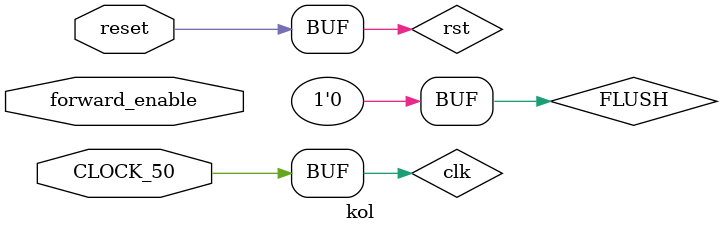
<source format=v>
module kol (
	CLOCK_50,
	reset,
    forward_enable
);

////////////////////////	Clock Input	 	////////////////////////
input		   	CLOCK_50;				//	50 MHz
input	        reset;						//	Toggle Switch[17:0]
input           forward_enable;
wire clk;
assign clk = CLOCK_50;
wire rst;
assign rst = reset;

// Parameter Definitions
parameter N = 32;
parameter DataWidth = 32;


reg FLUSH = 1'b0; // Temporary flush signal


// Categorized Wires

// **IF Stage Wires**
wire [31:0] PC_IF;               // Current program counter in IF stage
wire [31:0] Instruction_IF;      // Instruction fetched in IF stage
wire [31:0] pc_if_reg_out;       // PC output from IF/ID register
wire [31:0] Instruction_ID_in;   // Instruction output from IF/ID register

// **ID Stage Wires**
wire wb_enable_id;               // Write-back enable signal in ID stage
wire mem_read_enable_id;         // Memory read enable signal in ID stage
wire mem_write_enable_id;        // Memory write enable signal in ID stage
wire [3:0] exe_cmd_id;           // Execution command from ID stage
wire [3:0] dest_id;              // Destination register from ID stage
wire [3:0] src1_id, src2_id;     // Source registers from ID stage
wire [11:0] shift_operand_id;    // Shift operand from ID stage
wire [23:0] imm24_id;            // 24-bit immediate value
wire [31:0] val_rm_id, val_rn_id; // Register values in ID stage
wire s_id, b_id, i_id;           // Control signals from ID stage

// **EXE Stage Wires**
wire wb_enable_exe;              // Write-back enable signal in EXE stage
wire mem_read_enable_exe;        // Memory read enable signal in EXE stage
wire mem_write_enable_exe;       // Memory write enable signal in EXE stage
wire [1:0] select_scr1;
wire [1:0] select_scr2;
wire [3:0] exe_cmd_exe;          // Execution command for EXE stage
wire [3:0] dest_exe;             // Destination register in EXE stage
wire [3:0] src1_exe, src2_exe;   // Source registers in EXE stage
wire [11:0] shift_operand_exe;   // Shift operand for ALU
wire [23:0] imm24_exe;           // 24-bit immediate value in EXE stage
wire [31:0] val_rm_exe, val_rn_exe; // Register values in EXE stage
wire [31:0] alu_res_out_exe;     // ALU result in EXE stage
wire [31:0] branch_address_exe;  // Branch address in EXE stage
wire s_exe, b_exe, i_exe;        // Control signals in EXE stage
wire [3:0] status_exe_alu_out;   // ALU status flags
wire status_exe_alu_in;          // ALU status input
wire [31:0] pc_id_reg_out;       // PC output from ID/EXE register

// **MEM Stage Wires**
wire wb_enable_mem;              // Write-back enable signal in MEM stage
wire mem_read_enable_mem;        // Memory read enable signal in MEM stage
wire mem_write_enable_mem;       // Memory write enable signal in MEM stage
wire [31:0] alu_res_out_mem;     // ALU result passed to MEM stage
wire [31:0] val_rm_mem;          // Value for memory operations in MEM stage
wire [31:0] data_memory_out_mem; // Data read from memory
wire [3:0] dest_mem;             // Destination register in MEM stage

// **WB Stage Wires**
wire wb_enable_wb;               // Write-back enable signal in WB stage
wire mem_read_enable_wb;         // Memory read enable signal in WB stage
wire [31:0] alu_res_out_wb;      // ALU result passed to WB stage
wire [31:0] data_memory_out_wb;  // Data read from memory for WB stage
wire [31:0] wb_value_wb;         // Final write-back value
wire [3:0] dest_wb;              // Destination register in WB stage

// **Hazard Detection Wires**
wire Hazard;                     // Hazard detection signal


// **Status Register Wires**
wire [3:0] status_id;


// **Program Count Wires**
wire [31:0] pc_if;
wire [31:0] pc_id;
wire [31:0] pc_exe;
wire [31:0] pc_mem;
wire [31:0] pc_wb;







// Status Register Instantiation
status_register status_register_inst (
    .clk(clk),
    .rst(rst),
    .enable(s_exe),
    .status_in(status_exe_alu_out),
    .status_out(status_id)
);

// IF Stage Instantiation
if_stage #(
    .N(DataWidth)
) IF (
    .clk(clk),
    .rst(rst),
    .freeze(Hazard),
    .branch_taken(b_exe),
    .branch_addr(branch_address_exe),
    .pc_plus4(PC_IF),
    .instruction(Instruction_IF)
);

// IF Stage Register Instantiation
if_stage_reg IF_REG (
    .clk(clk),
    .rst(rst),
    .freeze(Hazard),
    .flush(b_exe),
    .pc_in(PC_IF),
    .instruction_in(Instruction_IF),
    .pc(pc_if_reg_out),
    .PcId(pc_id),
    .instruction(Instruction_ID_in)
);

// ID Stage Instantiation
id_stage ID (
    .clk(clk),
    .rst(rst),
    .instruction_in(Instruction_ID_in),
    .wb_enable_in(wb_enable_wb),
    .wb_dest_in(dest_wb),
    .wb_value_in(wb_value_wb),
    .hazard_in(Hazard),
    .status_in(status_id),
    .val_rn_out(val_rn_id),
    .val_rm_out(val_rm_id),
    .two_src_out(two_src),
    .s_out(s_id),
    .b_out(b_id),
    .exe_cmd_out(exe_cmd_id),
    .mem_write_enable_out(mem_write_enable_id),
    .mem_read_enable_out(mem_read_enable_id),
    .dest_out(dest_id),
    .i_out(i_id),
    .shift_operand_out(shift_operand_id),
    .wb_enable_out(wb_enable_id),
    .imm24_out(imm24_id),
    .src1_out(src1_id),
    .src2_out(src2_id)
);

// ID/EXE Register Instantiation
id_stage_reg ID_REG (
    .clk(clk),
    .rst(rst),
    .en(1'b1),
    .clr(b_exe),
    .Pc_Id(pc_id),
    .PcExe(pc_exe),
    .pc_in(pc_id),
    .pc_out(pc_id_reg_out),
    .wb_enable_in(wb_enable_id),
    .wb_enable_out(wb_enable_exe),
    .mem_read_enable_in(mem_read_enable_id),
    .mem_read_enable_out(mem_read_enable_exe),
    .mem_write_enable_in(mem_write_enable_id),
    .mem_write_enable_out(mem_write_enable_exe),
    .exe_cmd_in(exe_cmd_id),
    .exe_cmd_out(exe_cmd_exe),
    .b_in(b_id),
    .b_out(b_exe),
    .s_in(s_id),
    .s_out(s_exe),
    .val_rm_in(val_rm_id),
    .val_rm_out(val_rm_exe),
    .val_rn_in(val_rn_id),
    .val_rn_out(val_rn_exe),
    .shift_operand_in(shift_operand_id),
    .shift_operand_out(shift_operand_exe),
    .i_in(i_id),
    .i_out(i_exe),
    .imm24_in(imm24_id),
    .imm24_out(imm24_exe),
    .dest_in(dest_id),
    .dest_out(dest_exe),
    .status_in(status_id[3]),
    .status_out(status_exe_alu_in),
    .src1_in(src1_id),
    .src1_out(src1_exe),
    .src2_in(src2_id),
    .src2_out(src2_exe)
);

// EXE Stage Instantiation
exe_stage EXE (
    .clk(clk),
    .rst(rst),
    .mem_read_enable_in(mem_read_enable_exe),
    .mem_write_enable_in(mem_write_enable_exe),
    .pc_in(pc_id_reg_out),
    .exe_cmd_in(exe_cmd_exe),
    .val_rn_in(val_rn_exe),
    .val_rm_in(val_rm_exe),
    .shift_operand_in(shift_operand_exe),
    .i_in(i_exe),
    .imm24_in(imm24_exe),
    .status_in(status_exe_alu_in),
    .wb_value_in(wb_value_wb),
    .alu_res_in(alu_res_out_mem),
    .sel_src1_in(select_scr1),
    .sel_src2_in(select_scr2),
    .alu_res_out(alu_res_out_exe),
    .status_out(status_exe_alu_out),
    .branch_address_out(branch_address_exe)
);

// EXE/MEM Register Instantiation
exe_stage_reg EXE_REG (
    .clk(clk),
    .rst(rst),
    .Pc_exe(pc_exe),
    .PcMem(pc_mem),
    .en(1'b1),
    .clr(b_exe),
    .wb_enable_in(wb_enable_exe),
    .wb_enable_out(wb_enable_mem),
    .mem_read_enable_in(mem_read_enable_exe),
    .mem_read_enable_out(mem_read_enable_mem),
    .mem_write_enable_in(mem_write_enable_exe),
    .mem_write_enable_out(mem_write_enable_mem),
    .alu_res_in(alu_res_out_exe),
    .alu_res_out(alu_res_out_mem),
    .val_rm_in(val_rm_exe),
    .val_rm_out(val_rm_mem),
    .dest_in(dest_exe),
    .dest_out(dest_mem)
);

// MEM Stage Instantiation
mem_stage MEM (
    .clk(clk),
    .rst(rst),
    .alu_res_in(alu_res_out_mem),
    .val_rm_in(val_rm_mem),
    .data_memory_out(data_memory_out_mem),
    .wb_enable_in(wb_enable_mem),
    .wb_enable_out(wb_enable_mem_out),
    .mem_write_enable_in(mem_write_enable_mem),
    .mem_read_enable_in(mem_read_enable_mem)
    // .mem_read_enable_out(mem_read_enable_wb)
);

// MEM/WB Register Instantiation
mem_stage_reg MEM_REG (
    .clk(clk),
    .rst(rst),
    .Pc_mem(pc_mem),
    .PcWb(pc_wb),
    .clr(b_exe),
    .en(1'b1),
    .wb_enable_in(wb_enable_mem_out),
    .mem_read_enable_in(mem_read_enable_mem),
    .alu_res_in(alu_res_out_mem),
    .data_memory_in(data_memory_out_mem),
    .dest_in(dest_mem),
    .wb_enable_out(wb_enable_wb),
    .mem_read_enable_out(mem_read_enable_wb),
    .alu_res_out(alu_res_out_wb),
    .data_memory_out(data_memory_out_wb),
    .dest_out(dest_wb)
);

// WB Stage Instantiation
wb_stage WB (
    .clk(clk),
    .rst(rst),
    .alu_res_in(alu_res_out_wb),
    .mem_read_enable_in(mem_read_enable_wb),
    .data_memory_in(data_memory_out_wb),
    .wb_value_out(wb_value_wb)
);

// Hazard Detection Unit
hazard_unit Hazard_UNIT (
    .forward_en_in(forward_enable),
    .mem_dest(dest_mem),
    .mem_wb_en(wb_enable_mem),
    .mem_w_en(mem_write_enable_exe),
    .exe_dest(dest_exe),
    .exe_wb_en(wb_enable_exe),
    .rn(src1_id),
    .reg_file_input2(src2_id),
    .i(i_id),
    .mem_r_en_exe(mem_read_enable_wb),
    .mem_r_en_mem(mem_read_enable_mem),
    .hazard(Hazard)
);

// Forwarding Unit
forward_unit forward(
    .forward_en_in(forward_enable), 
    .src1_in(src1_exe),
    .src2_in(src2_exe), 
    .mem_memr_wb_en_in(wb_enable_mem),
    .wb_id_wb_en_in(wb_enable_wb), 
    .mem_memr_dest_in(dest_mem),
    .wb_id_wb_dest_in(dest_wb), 
    .sel_src1_out(select_scr1),
    .sel_src2_out(select_scr2)
);

endmodule
</source>
